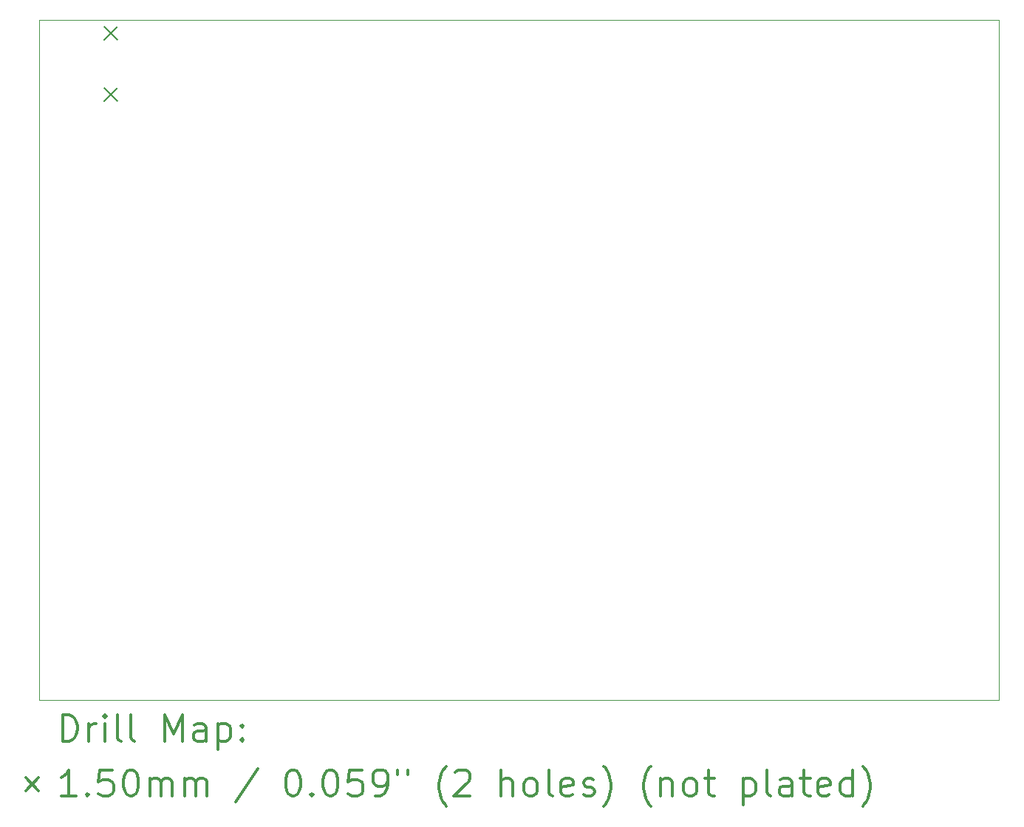
<source format=gbr>
%FSLAX45Y45*%
G04 Gerber Fmt 4.5, Leading zero omitted, Abs format (unit mm)*
G04 Created by KiCad (PCBNEW 4.0.5+dfsg1-4) date Sat Jul  7 08:12:18 2018*
%MOMM*%
%LPD*%
G01*
G04 APERTURE LIST*
%ADD10C,0.127000*%
%ADD11C,0.100000*%
%ADD12C,0.200000*%
%ADD13C,0.300000*%
G04 APERTURE END LIST*
D10*
D11*
X10000000Y-5593600D02*
X21000000Y-5593600D01*
X10000000Y-13393600D02*
X10000000Y-13093600D01*
X21000000Y-13393600D02*
X21000000Y-13093600D01*
X10000000Y-13093600D02*
X10000000Y-5593600D01*
X21000000Y-13393600D02*
X10000000Y-13393600D01*
X21000000Y-5593600D02*
X21000000Y-13093600D01*
D12*
X10745400Y-5673000D02*
X10895400Y-5823000D01*
X10895400Y-5673000D02*
X10745400Y-5823000D01*
X10745400Y-6373000D02*
X10895400Y-6523000D01*
X10895400Y-6373000D02*
X10745400Y-6523000D01*
D13*
X10266429Y-13864314D02*
X10266429Y-13564314D01*
X10337857Y-13564314D01*
X10380714Y-13578600D01*
X10409286Y-13607171D01*
X10423571Y-13635743D01*
X10437857Y-13692886D01*
X10437857Y-13735743D01*
X10423571Y-13792886D01*
X10409286Y-13821457D01*
X10380714Y-13850029D01*
X10337857Y-13864314D01*
X10266429Y-13864314D01*
X10566429Y-13864314D02*
X10566429Y-13664314D01*
X10566429Y-13721457D02*
X10580714Y-13692886D01*
X10595000Y-13678600D01*
X10623571Y-13664314D01*
X10652143Y-13664314D01*
X10752143Y-13864314D02*
X10752143Y-13664314D01*
X10752143Y-13564314D02*
X10737857Y-13578600D01*
X10752143Y-13592886D01*
X10766429Y-13578600D01*
X10752143Y-13564314D01*
X10752143Y-13592886D01*
X10937857Y-13864314D02*
X10909286Y-13850029D01*
X10895000Y-13821457D01*
X10895000Y-13564314D01*
X11095000Y-13864314D02*
X11066429Y-13850029D01*
X11052143Y-13821457D01*
X11052143Y-13564314D01*
X11437857Y-13864314D02*
X11437857Y-13564314D01*
X11537857Y-13778600D01*
X11637857Y-13564314D01*
X11637857Y-13864314D01*
X11909286Y-13864314D02*
X11909286Y-13707171D01*
X11895000Y-13678600D01*
X11866428Y-13664314D01*
X11809286Y-13664314D01*
X11780714Y-13678600D01*
X11909286Y-13850029D02*
X11880714Y-13864314D01*
X11809286Y-13864314D01*
X11780714Y-13850029D01*
X11766428Y-13821457D01*
X11766428Y-13792886D01*
X11780714Y-13764314D01*
X11809286Y-13750029D01*
X11880714Y-13750029D01*
X11909286Y-13735743D01*
X12052143Y-13664314D02*
X12052143Y-13964314D01*
X12052143Y-13678600D02*
X12080714Y-13664314D01*
X12137857Y-13664314D01*
X12166428Y-13678600D01*
X12180714Y-13692886D01*
X12195000Y-13721457D01*
X12195000Y-13807171D01*
X12180714Y-13835743D01*
X12166428Y-13850029D01*
X12137857Y-13864314D01*
X12080714Y-13864314D01*
X12052143Y-13850029D01*
X12323571Y-13835743D02*
X12337857Y-13850029D01*
X12323571Y-13864314D01*
X12309286Y-13850029D01*
X12323571Y-13835743D01*
X12323571Y-13864314D01*
X12323571Y-13678600D02*
X12337857Y-13692886D01*
X12323571Y-13707171D01*
X12309286Y-13692886D01*
X12323571Y-13678600D01*
X12323571Y-13707171D01*
X9845000Y-14283600D02*
X9995000Y-14433600D01*
X9995000Y-14283600D02*
X9845000Y-14433600D01*
X10423571Y-14494314D02*
X10252143Y-14494314D01*
X10337857Y-14494314D02*
X10337857Y-14194314D01*
X10309286Y-14237171D01*
X10280714Y-14265743D01*
X10252143Y-14280029D01*
X10552143Y-14465743D02*
X10566429Y-14480029D01*
X10552143Y-14494314D01*
X10537857Y-14480029D01*
X10552143Y-14465743D01*
X10552143Y-14494314D01*
X10837857Y-14194314D02*
X10695000Y-14194314D01*
X10680714Y-14337171D01*
X10695000Y-14322886D01*
X10723571Y-14308600D01*
X10795000Y-14308600D01*
X10823571Y-14322886D01*
X10837857Y-14337171D01*
X10852143Y-14365743D01*
X10852143Y-14437171D01*
X10837857Y-14465743D01*
X10823571Y-14480029D01*
X10795000Y-14494314D01*
X10723571Y-14494314D01*
X10695000Y-14480029D01*
X10680714Y-14465743D01*
X11037857Y-14194314D02*
X11066429Y-14194314D01*
X11095000Y-14208600D01*
X11109286Y-14222886D01*
X11123571Y-14251457D01*
X11137857Y-14308600D01*
X11137857Y-14380029D01*
X11123571Y-14437171D01*
X11109286Y-14465743D01*
X11095000Y-14480029D01*
X11066429Y-14494314D01*
X11037857Y-14494314D01*
X11009286Y-14480029D01*
X10995000Y-14465743D01*
X10980714Y-14437171D01*
X10966429Y-14380029D01*
X10966429Y-14308600D01*
X10980714Y-14251457D01*
X10995000Y-14222886D01*
X11009286Y-14208600D01*
X11037857Y-14194314D01*
X11266428Y-14494314D02*
X11266428Y-14294314D01*
X11266428Y-14322886D02*
X11280714Y-14308600D01*
X11309286Y-14294314D01*
X11352143Y-14294314D01*
X11380714Y-14308600D01*
X11395000Y-14337171D01*
X11395000Y-14494314D01*
X11395000Y-14337171D02*
X11409286Y-14308600D01*
X11437857Y-14294314D01*
X11480714Y-14294314D01*
X11509286Y-14308600D01*
X11523571Y-14337171D01*
X11523571Y-14494314D01*
X11666428Y-14494314D02*
X11666428Y-14294314D01*
X11666428Y-14322886D02*
X11680714Y-14308600D01*
X11709286Y-14294314D01*
X11752143Y-14294314D01*
X11780714Y-14308600D01*
X11795000Y-14337171D01*
X11795000Y-14494314D01*
X11795000Y-14337171D02*
X11809286Y-14308600D01*
X11837857Y-14294314D01*
X11880714Y-14294314D01*
X11909286Y-14308600D01*
X11923571Y-14337171D01*
X11923571Y-14494314D01*
X12509286Y-14180029D02*
X12252143Y-14565743D01*
X12895000Y-14194314D02*
X12923571Y-14194314D01*
X12952143Y-14208600D01*
X12966428Y-14222886D01*
X12980714Y-14251457D01*
X12995000Y-14308600D01*
X12995000Y-14380029D01*
X12980714Y-14437171D01*
X12966428Y-14465743D01*
X12952143Y-14480029D01*
X12923571Y-14494314D01*
X12895000Y-14494314D01*
X12866428Y-14480029D01*
X12852143Y-14465743D01*
X12837857Y-14437171D01*
X12823571Y-14380029D01*
X12823571Y-14308600D01*
X12837857Y-14251457D01*
X12852143Y-14222886D01*
X12866428Y-14208600D01*
X12895000Y-14194314D01*
X13123571Y-14465743D02*
X13137857Y-14480029D01*
X13123571Y-14494314D01*
X13109286Y-14480029D01*
X13123571Y-14465743D01*
X13123571Y-14494314D01*
X13323571Y-14194314D02*
X13352143Y-14194314D01*
X13380714Y-14208600D01*
X13395000Y-14222886D01*
X13409285Y-14251457D01*
X13423571Y-14308600D01*
X13423571Y-14380029D01*
X13409285Y-14437171D01*
X13395000Y-14465743D01*
X13380714Y-14480029D01*
X13352143Y-14494314D01*
X13323571Y-14494314D01*
X13295000Y-14480029D01*
X13280714Y-14465743D01*
X13266428Y-14437171D01*
X13252143Y-14380029D01*
X13252143Y-14308600D01*
X13266428Y-14251457D01*
X13280714Y-14222886D01*
X13295000Y-14208600D01*
X13323571Y-14194314D01*
X13695000Y-14194314D02*
X13552143Y-14194314D01*
X13537857Y-14337171D01*
X13552143Y-14322886D01*
X13580714Y-14308600D01*
X13652143Y-14308600D01*
X13680714Y-14322886D01*
X13695000Y-14337171D01*
X13709285Y-14365743D01*
X13709285Y-14437171D01*
X13695000Y-14465743D01*
X13680714Y-14480029D01*
X13652143Y-14494314D01*
X13580714Y-14494314D01*
X13552143Y-14480029D01*
X13537857Y-14465743D01*
X13852143Y-14494314D02*
X13909285Y-14494314D01*
X13937857Y-14480029D01*
X13952143Y-14465743D01*
X13980714Y-14422886D01*
X13995000Y-14365743D01*
X13995000Y-14251457D01*
X13980714Y-14222886D01*
X13966428Y-14208600D01*
X13937857Y-14194314D01*
X13880714Y-14194314D01*
X13852143Y-14208600D01*
X13837857Y-14222886D01*
X13823571Y-14251457D01*
X13823571Y-14322886D01*
X13837857Y-14351457D01*
X13852143Y-14365743D01*
X13880714Y-14380029D01*
X13937857Y-14380029D01*
X13966428Y-14365743D01*
X13980714Y-14351457D01*
X13995000Y-14322886D01*
X14109286Y-14194314D02*
X14109286Y-14251457D01*
X14223571Y-14194314D02*
X14223571Y-14251457D01*
X14666428Y-14608600D02*
X14652143Y-14594314D01*
X14623571Y-14551457D01*
X14609285Y-14522886D01*
X14595000Y-14480029D01*
X14580714Y-14408600D01*
X14580714Y-14351457D01*
X14595000Y-14280029D01*
X14609285Y-14237171D01*
X14623571Y-14208600D01*
X14652143Y-14165743D01*
X14666428Y-14151457D01*
X14766428Y-14222886D02*
X14780714Y-14208600D01*
X14809285Y-14194314D01*
X14880714Y-14194314D01*
X14909285Y-14208600D01*
X14923571Y-14222886D01*
X14937857Y-14251457D01*
X14937857Y-14280029D01*
X14923571Y-14322886D01*
X14752143Y-14494314D01*
X14937857Y-14494314D01*
X15295000Y-14494314D02*
X15295000Y-14194314D01*
X15423571Y-14494314D02*
X15423571Y-14337171D01*
X15409285Y-14308600D01*
X15380714Y-14294314D01*
X15337857Y-14294314D01*
X15309285Y-14308600D01*
X15295000Y-14322886D01*
X15609285Y-14494314D02*
X15580714Y-14480029D01*
X15566428Y-14465743D01*
X15552143Y-14437171D01*
X15552143Y-14351457D01*
X15566428Y-14322886D01*
X15580714Y-14308600D01*
X15609285Y-14294314D01*
X15652143Y-14294314D01*
X15680714Y-14308600D01*
X15695000Y-14322886D01*
X15709285Y-14351457D01*
X15709285Y-14437171D01*
X15695000Y-14465743D01*
X15680714Y-14480029D01*
X15652143Y-14494314D01*
X15609285Y-14494314D01*
X15880714Y-14494314D02*
X15852143Y-14480029D01*
X15837857Y-14451457D01*
X15837857Y-14194314D01*
X16109286Y-14480029D02*
X16080714Y-14494314D01*
X16023571Y-14494314D01*
X15995000Y-14480029D01*
X15980714Y-14451457D01*
X15980714Y-14337171D01*
X15995000Y-14308600D01*
X16023571Y-14294314D01*
X16080714Y-14294314D01*
X16109286Y-14308600D01*
X16123571Y-14337171D01*
X16123571Y-14365743D01*
X15980714Y-14394314D01*
X16237857Y-14480029D02*
X16266428Y-14494314D01*
X16323571Y-14494314D01*
X16352143Y-14480029D01*
X16366428Y-14451457D01*
X16366428Y-14437171D01*
X16352143Y-14408600D01*
X16323571Y-14394314D01*
X16280714Y-14394314D01*
X16252143Y-14380029D01*
X16237857Y-14351457D01*
X16237857Y-14337171D01*
X16252143Y-14308600D01*
X16280714Y-14294314D01*
X16323571Y-14294314D01*
X16352143Y-14308600D01*
X16466428Y-14608600D02*
X16480714Y-14594314D01*
X16509286Y-14551457D01*
X16523571Y-14522886D01*
X16537857Y-14480029D01*
X16552143Y-14408600D01*
X16552143Y-14351457D01*
X16537857Y-14280029D01*
X16523571Y-14237171D01*
X16509286Y-14208600D01*
X16480714Y-14165743D01*
X16466428Y-14151457D01*
X17009286Y-14608600D02*
X16995000Y-14594314D01*
X16966428Y-14551457D01*
X16952143Y-14522886D01*
X16937857Y-14480029D01*
X16923571Y-14408600D01*
X16923571Y-14351457D01*
X16937857Y-14280029D01*
X16952143Y-14237171D01*
X16966428Y-14208600D01*
X16995000Y-14165743D01*
X17009286Y-14151457D01*
X17123571Y-14294314D02*
X17123571Y-14494314D01*
X17123571Y-14322886D02*
X17137857Y-14308600D01*
X17166428Y-14294314D01*
X17209286Y-14294314D01*
X17237857Y-14308600D01*
X17252143Y-14337171D01*
X17252143Y-14494314D01*
X17437857Y-14494314D02*
X17409286Y-14480029D01*
X17395000Y-14465743D01*
X17380714Y-14437171D01*
X17380714Y-14351457D01*
X17395000Y-14322886D01*
X17409286Y-14308600D01*
X17437857Y-14294314D01*
X17480714Y-14294314D01*
X17509286Y-14308600D01*
X17523571Y-14322886D01*
X17537857Y-14351457D01*
X17537857Y-14437171D01*
X17523571Y-14465743D01*
X17509286Y-14480029D01*
X17480714Y-14494314D01*
X17437857Y-14494314D01*
X17623571Y-14294314D02*
X17737857Y-14294314D01*
X17666429Y-14194314D02*
X17666429Y-14451457D01*
X17680714Y-14480029D01*
X17709286Y-14494314D01*
X17737857Y-14494314D01*
X18066429Y-14294314D02*
X18066429Y-14594314D01*
X18066429Y-14308600D02*
X18095000Y-14294314D01*
X18152143Y-14294314D01*
X18180714Y-14308600D01*
X18195000Y-14322886D01*
X18209286Y-14351457D01*
X18209286Y-14437171D01*
X18195000Y-14465743D01*
X18180714Y-14480029D01*
X18152143Y-14494314D01*
X18095000Y-14494314D01*
X18066429Y-14480029D01*
X18380714Y-14494314D02*
X18352143Y-14480029D01*
X18337857Y-14451457D01*
X18337857Y-14194314D01*
X18623571Y-14494314D02*
X18623571Y-14337171D01*
X18609286Y-14308600D01*
X18580714Y-14294314D01*
X18523571Y-14294314D01*
X18495000Y-14308600D01*
X18623571Y-14480029D02*
X18595000Y-14494314D01*
X18523571Y-14494314D01*
X18495000Y-14480029D01*
X18480714Y-14451457D01*
X18480714Y-14422886D01*
X18495000Y-14394314D01*
X18523571Y-14380029D01*
X18595000Y-14380029D01*
X18623571Y-14365743D01*
X18723571Y-14294314D02*
X18837857Y-14294314D01*
X18766429Y-14194314D02*
X18766429Y-14451457D01*
X18780714Y-14480029D01*
X18809286Y-14494314D01*
X18837857Y-14494314D01*
X19052143Y-14480029D02*
X19023572Y-14494314D01*
X18966429Y-14494314D01*
X18937857Y-14480029D01*
X18923572Y-14451457D01*
X18923572Y-14337171D01*
X18937857Y-14308600D01*
X18966429Y-14294314D01*
X19023572Y-14294314D01*
X19052143Y-14308600D01*
X19066429Y-14337171D01*
X19066429Y-14365743D01*
X18923572Y-14394314D01*
X19323572Y-14494314D02*
X19323572Y-14194314D01*
X19323572Y-14480029D02*
X19295000Y-14494314D01*
X19237857Y-14494314D01*
X19209286Y-14480029D01*
X19195000Y-14465743D01*
X19180714Y-14437171D01*
X19180714Y-14351457D01*
X19195000Y-14322886D01*
X19209286Y-14308600D01*
X19237857Y-14294314D01*
X19295000Y-14294314D01*
X19323572Y-14308600D01*
X19437857Y-14608600D02*
X19452143Y-14594314D01*
X19480714Y-14551457D01*
X19495000Y-14522886D01*
X19509286Y-14480029D01*
X19523572Y-14408600D01*
X19523572Y-14351457D01*
X19509286Y-14280029D01*
X19495000Y-14237171D01*
X19480714Y-14208600D01*
X19452143Y-14165743D01*
X19437857Y-14151457D01*
M02*

</source>
